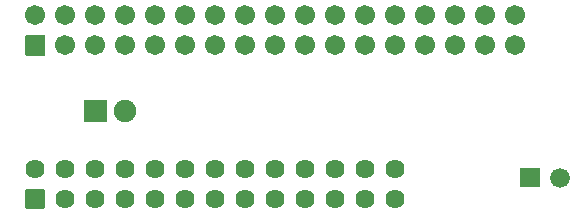
<source format=gbs>
G04 Layer: BottomSolderMaskLayer*
G04 EasyEDA v6.5.5, 2022-06-09 08:05:29*
G04 69c24ae5296d417eb78979a02e7a08e9,9bf960991b9d4efa812b5d32ee5e6833,10*
G04 Gerber Generator version 0.2*
G04 Scale: 100 percent, Rotated: No, Reflected: No *
G04 Dimensions in millimeters *
G04 leading zeros omitted , absolute positions ,4 integer and 5 decimal *
%FSLAX45Y45*%
%MOMM*%

%ADD22C,1.9016*%
%ADD25C,1.7016*%
%ADD27C,1.6240*%
%ADD29C,1.6764*%

%LPD*%
D22*
G01*
X2184400Y7937500D03*
G36*
X1840400Y7842420D02*
G01*
X1838876Y7842674D01*
X1837352Y7843436D01*
X1836336Y7844452D01*
X1835574Y7845976D01*
X1835320Y7847500D01*
X1835404Y7847584D01*
X1835404Y8027415D01*
X1835320Y8027499D01*
X1835574Y8029023D01*
X1836336Y8030547D01*
X1837352Y8031563D01*
X1838876Y8032325D01*
X1840400Y8032579D01*
X1840484Y8032495D01*
X2020315Y8032495D01*
X2020399Y8032579D01*
X2021923Y8032325D01*
X2023447Y8031563D01*
X2024463Y8030547D01*
X2025225Y8029023D01*
X2025479Y8027499D01*
X2025395Y8027415D01*
X2025395Y7847584D01*
X2025479Y7847500D01*
X2025225Y7845976D01*
X2024463Y7844452D01*
X2023447Y7843436D01*
X2021923Y7842674D01*
X2020399Y7842420D01*
X2020315Y7842504D01*
X1840484Y7842504D01*
G37*
G36*
X1340876Y8407908D02*
G01*
X1339352Y8408156D01*
X1337828Y8408918D01*
X1336812Y8409934D01*
X1336050Y8411458D01*
X1335796Y8412982D01*
X1335786Y8412987D01*
X1335786Y8573008D01*
X1335796Y8572982D01*
X1336050Y8574506D01*
X1336812Y8576030D01*
X1337828Y8577046D01*
X1339352Y8577808D01*
X1340876Y8578062D01*
X1340865Y8578087D01*
X1500886Y8578087D01*
X1500875Y8578062D01*
X1502399Y8577808D01*
X1503923Y8577046D01*
X1504939Y8576030D01*
X1505701Y8574506D01*
X1505955Y8572982D01*
X1505965Y8573008D01*
X1505965Y8412987D01*
X1505955Y8412982D01*
X1505701Y8411458D01*
X1504939Y8409934D01*
X1503923Y8408918D01*
X1502399Y8408156D01*
X1500875Y8407908D01*
G37*
D25*
G01*
X1420876Y8746982D03*
G01*
X1674876Y8492982D03*
G01*
X1674876Y8746982D03*
G01*
X1928876Y8492982D03*
G01*
X1928876Y8746982D03*
G01*
X2182875Y8492982D03*
G01*
X2182875Y8746982D03*
G01*
X2436875Y8492982D03*
G01*
X2436875Y8746982D03*
G01*
X2690875Y8492982D03*
G01*
X2690875Y8746982D03*
G01*
X2944875Y8492982D03*
G01*
X2944875Y8746982D03*
G01*
X3198875Y8492982D03*
G01*
X3198875Y8746982D03*
G01*
X3452875Y8492982D03*
G01*
X3452875Y8746982D03*
G01*
X3706875Y8492982D03*
G01*
X3706875Y8746982D03*
G01*
X3960875Y8492982D03*
G01*
X3960875Y8746982D03*
G01*
X4214875Y8492982D03*
G01*
X4214875Y8746982D03*
G01*
X4468875Y8492982D03*
G01*
X4468875Y8746982D03*
G01*
X4722875Y8492982D03*
G01*
X4722875Y8746982D03*
G01*
X4976875Y8492982D03*
G01*
X4976875Y8746982D03*
G01*
X5230875Y8492982D03*
G01*
X5230875Y8746982D03*
G01*
X5484875Y8492982D03*
G01*
X5484875Y8746982D03*
G36*
X1343660Y7111705D02*
G01*
X1342136Y7111959D01*
X1340612Y7112721D01*
X1339595Y7113737D01*
X1338834Y7115261D01*
X1338579Y7116785D01*
X1338579Y7269185D01*
X1338834Y7270709D01*
X1339595Y7272233D01*
X1340612Y7273249D01*
X1342136Y7274011D01*
X1343660Y7274265D01*
X1343660Y7274305D01*
X1496060Y7274305D01*
X1496060Y7274265D01*
X1497584Y7274011D01*
X1499107Y7273249D01*
X1500123Y7272233D01*
X1500886Y7270709D01*
X1501139Y7269185D01*
X1501139Y7116785D01*
X1500886Y7115261D01*
X1500123Y7113737D01*
X1499107Y7112721D01*
X1497584Y7111959D01*
X1496060Y7111705D01*
X1496060Y7111745D01*
X1343660Y7111745D01*
G37*
D27*
G01*
X1419860Y7446985D03*
G01*
X1673860Y7192985D03*
G01*
X1673860Y7446985D03*
G01*
X1927860Y7192985D03*
G01*
X1927860Y7446985D03*
G01*
X2181859Y7192985D03*
G01*
X2181859Y7446985D03*
G01*
X2435859Y7192985D03*
G01*
X2435859Y7446985D03*
G01*
X2689859Y7192985D03*
G01*
X2689859Y7446985D03*
G01*
X2943859Y7192985D03*
G01*
X2943859Y7446985D03*
G01*
X3197859Y7192985D03*
G01*
X3197859Y7446985D03*
G01*
X3451859Y7192985D03*
G01*
X3451859Y7446985D03*
G01*
X3705859Y7192985D03*
G01*
X3705859Y7446985D03*
G01*
X3959859Y7192985D03*
G01*
X3959859Y7446985D03*
G01*
X4213859Y7192985D03*
G01*
X4213859Y7446985D03*
G01*
X4467859Y7192985D03*
G01*
X4467859Y7446985D03*
G36*
X5532120Y7290562D02*
G01*
X5530595Y7290815D01*
X5529072Y7291578D01*
X5528056Y7292594D01*
X5527293Y7294118D01*
X5527040Y7295642D01*
X5527040Y7453121D01*
X5527293Y7454645D01*
X5528056Y7456170D01*
X5529072Y7457186D01*
X5530595Y7457947D01*
X5532120Y7458202D01*
X5689600Y7458202D01*
X5691124Y7457947D01*
X5692647Y7457186D01*
X5693663Y7456170D01*
X5694425Y7454645D01*
X5694679Y7453121D01*
X5694679Y7295642D01*
X5694425Y7294118D01*
X5693663Y7292594D01*
X5692647Y7291578D01*
X5691124Y7290815D01*
X5689600Y7290562D01*
G37*
D29*
G01*
X5864859Y7374381D03*
M02*

</source>
